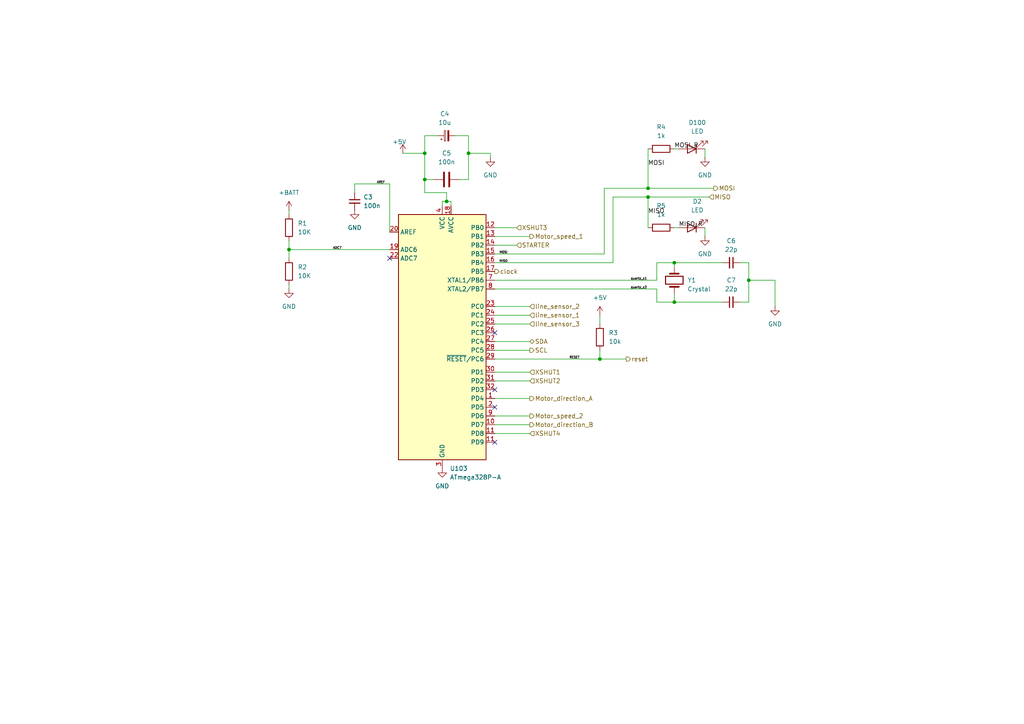
<source format=kicad_sch>
(kicad_sch (version 20250114) (generator "eeschema") (generator_version "9.0")
  (paper "A4")
  (lib_symbols
    (symbol "ATmega328P-A_1"
      (property "Reference" "U103" (at 2.1941 -38.1 0))
      (property "Value" "ATmega328P-A" (at 2.1941 -40.64 0))
      (symbol "ATmega328P-A_1_0_1"
        (rectangle (start -12.7 35.56) (end 12.7 -35.56) (stroke (width 0.254)) (fill (type background)))
      )
      (symbol "ATmega328P-A_1_1_1"
        (pin passive line (at -15.24 30.48 0) (length 2.54) (name "AREF") (number "20"))
        (pin input line (at -15.24 25.4 0) (length 2.54) (name "ADC6") (number "19"))
        (pin input line (at -15.24 22.86 0) (length 2.54) (name "ADC7") (number "22"))
        (pin power_in line (at 0 38.1 270) (length 2.54) (name "VCC") (number "4"))
        (pin passive line (at 0 38.1 270) (length 2.54) (hide yes) (name "VCC") (number "6"))
        (pin passive line (at 0 -38.1 90) (length 2.54) (hide yes) (name "GND") (number "21"))
        (pin power_in line (at 0 -38.1 90) (length 2.54) (name "GND") (number "3"))
        (pin passive line (at 0 -38.1 90) (length 2.54) (hide yes) (name "GND") (number "5"))
        (pin power_in line (at 2.54 38.1 270) (length 2.54) (name "AVCC") (number "18"))
        (pin bidirectional line (at 15.24 31.75 180) (length 2.54) (name "PB0") (number "12"))
        (pin bidirectional line (at 15.24 29.21 180) (length 2.54) (name "PB1") (number "13"))
        (pin bidirectional line (at 15.24 26.67 180) (length 2.54) (name "PB2") (number "14"))
        (pin bidirectional line (at 15.24 24.13 180) (length 2.54) (name "PB3") (number "15"))
        (pin bidirectional line (at 15.24 21.59 180) (length 2.54) (name "PB4") (number "16"))
        (pin bidirectional line (at 15.24 19.05 180) (length 2.54) (name "PB5") (number "17"))
        (pin bidirectional line (at 15.24 16.51 180) (length 2.54) (name "XTAL1/PB6") (number "7"))
        (pin bidirectional line (at 15.24 13.97 180) (length 2.54) (name "XTAL2/PB7") (number "8"))
        (pin bidirectional line (at 15.24 8.89 180) (length 2.54) (name "PC0") (number "23"))
        (pin bidirectional line (at 15.24 6.35 180) (length 2.54) (name "PC1") (number "24"))
        (pin bidirectional line (at 15.24 3.81 180) (length 2.54) (name "PC2") (number "25"))
        (pin bidirectional line (at 15.24 1.27 180) (length 2.54) (name "PC3") (number "26"))
        (pin bidirectional line (at 15.24 -1.27 180) (length 2.54) (name "PC4") (number "27"))
        (pin bidirectional line (at 15.24 -3.81 180) (length 2.54) (name "PC5") (number "28"))
        (pin bidirectional line (at 15.24 -6.35 180) (length 2.54) (name "~{RESET}/PC6") (number "29"))
        (pin bidirectional line (at 15.24 -10.16 180) (length 2.54) (name "PD1") (number "30"))
        (pin bidirectional line (at 15.24 -12.7 180) (length 2.54) (name "PD2") (number "31"))
        (pin bidirectional line (at 15.24 -15.24 180) (length 2.54) (name "PD3") (number "32"))
        (pin bidirectional line (at 15.24 -17.78 180) (length 2.54) (name "PD4") (number "1"))
        (pin bidirectional line (at 15.24 -20.32 180) (length 2.54) (name "PD5") (number "2"))
        (pin bidirectional line (at 15.24 -22.86 180) (length 2.54) (name "PD6") (number "9"))
        (pin bidirectional line (at 15.24 -25.4 180) (length 2.54) (name "PD7") (number "10"))
        (pin bidirectional line (at 15.24 -27.94 180) (length 2.54) (name "PD8") (number "11"))
        (pin bidirectional line (at 15.24 -30.48 180) (length 2.54) (name "PD9") (number "11"))
      )
    )
    (symbol "Device:C" (pin_numbers (hide yes)) (pin_names (offset 0.254))
      (property "Reference" "C" (at 0.635 2.54 0))
      (property "Value" "C" (at 0.635 -2.54 0))
      (symbol "C_0_1"
        (polyline (pts (xy -2.032 0.762) (xy 2.032 0.762)) (stroke (width 0.508)))
        (polyline (pts (xy -2.032 -0.762) (xy 2.032 -0.762)) (stroke (width 0.508)))
      )
      (symbol "C_1_1"
        (pin passive line (at 0 3.81 270) (length 2.794) (name "~") (number "1"))
        (pin passive line (at 0 -3.81 90) (length 2.794) (name "~") (number "2"))
      )
    )
    (symbol "Device:C_Polarized_Small" (pin_numbers (hide yes)) (pin_names (offset 0.254) (hide yes))
      (property "Reference" "C" (at 0.254 1.778 0))
      (property "Value" "C_Polarized_Small" (at 0.254 -2.032 0))
      (symbol "C_Polarized_Small_0_1"
        (rectangle (start -1.524 0.6858) (end 1.524 0.3048))
        (rectangle (start -1.524 -0.3048) (end 1.524 -0.6858) (fill (type outline)))
        (polyline (pts (xy -1.27 1.524) (xy -0.762 1.524)))
        (polyline (pts (xy -1.016 1.27) (xy -1.016 1.778)))
      )
      (symbol "C_Polarized_Small_1_1"
        (pin passive line (at 0 2.54 270) (length 1.8542) (name "~") (number "1"))
        (pin passive line (at 0 -2.54 90) (length 1.8542) (name "~") (number "2"))
      )
    )
    (symbol "Device:C_Small" (pin_numbers (hide yes)) (pin_names (offset 0.254) (hide yes))
      (property "Reference" "C" (at 0.254 1.778 0))
      (property "Value" "C_Small" (at 0.254 -2.032 0))
      (symbol "C_Small_0_1"
        (polyline (pts (xy -1.524 0.508) (xy 1.524 0.508)) (stroke (width 0.3048)))
        (polyline (pts (xy -1.524 -0.508) (xy 1.524 -0.508)) (stroke (width 0.3302)))
      )
      (symbol "C_Small_1_1"
        (pin passive line (at 0 2.54 270) (length 2.032) (name "~") (number "1"))
        (pin passive line (at 0 -2.54 90) (length 2.032) (name "~") (number "2"))
      )
    )
    (symbol "Device:Crystal" (pin_numbers (hide yes)) (pin_names (offset 1.016) (hide yes))
      (property "Reference" "Y" (at 0 3.81 0))
      (property "Value" "Crystal" (at 0 -3.81 0))
      (symbol "Crystal_0_1"
        (polyline (pts (xy -2.54 0) (xy -1.905 0)))
        (polyline (pts (xy -1.905 -1.27) (xy -1.905 1.27)) (stroke (width 0.508)))
        (rectangle (start -1.143 2.54) (end 1.143 -2.54) (stroke (width 0.3048)))
        (polyline (pts (xy 1.905 -1.27) (xy 1.905 1.27)) (stroke (width 0.508)))
        (polyline (pts (xy 2.54 0) (xy 1.905 0)))
      )
      (symbol "Crystal_1_1"
        (pin passive line (at -3.81 0 0) (length 1.27) (name "1") (number "1"))
        (pin passive line (at 3.81 0 180) (length 1.27) (name "2") (number "2"))
      )
    )
    (symbol "Device:LED" (pin_numbers (hide yes)) (pin_names (offset 1.016) (hide yes))
      (property "Reference" "D" (at 0 2.54 0))
      (property "Value" "LED" (at 0 -2.54 0))
      (symbol "LED_0_1"
        (polyline (pts (xy -3.048 -0.762) (xy -4.572 -2.286) (xy -3.81 -2.286) (xy -4.572 -2.286) (xy -4.572 -1.524)))
        (polyline (pts (xy -1.778 -0.762) (xy -3.302 -2.286) (xy -2.54 -2.286) (xy -3.302 -2.286) (xy -3.302 -1.524)))
        (polyline (pts (xy -1.27 0) (xy 1.27 0)))
        (polyline (pts (xy -1.27 -1.27) (xy -1.27 1.27)) (stroke (width 0.254)))
        (polyline (pts (xy 1.27 -1.27) (xy 1.27 1.27) (xy -1.27 0) (xy 1.27 -1.27)) (stroke (width 0.254)))
      )
      (symbol "LED_1_1"
        (pin passive line (at -3.81 0 0) (length 2.54) (name "K") (number "1"))
        (pin passive line (at 3.81 0 180) (length 2.54) (name "A") (number "2"))
      )
    )
    (symbol "Device:R" (pin_numbers (hide yes)) (pin_names (offset 0))
      (property "Reference" "R" (at 2.032 0 90))
      (property "Value" "R" (at 0 0 90))
      (symbol "R_0_1"
        (rectangle (start -1.016 -2.54) (end 1.016 2.54) (stroke (width 0.254)))
      )
      (symbol "R_1_1"
        (pin passive line (at 0 3.81 270) (length 1.27) (name "~") (number "1"))
        (pin passive line (at 0 -3.81 90) (length 1.27) (name "~") (number "2"))
      )
    )
    (symbol "power:+5V" (power) (pin_numbers (hide yes)) (pin_names (offset 0) (hide yes))
      (property "Value" "+5V" (at 0 3.556 0))
      (symbol "+5V_0_1"
        (polyline (pts (xy -0.762 1.27) (xy 0 2.54)))
        (polyline (pts (xy 0 2.54) (xy 0.762 1.27)))
        (polyline (pts (xy 0 0) (xy 0 2.54)))
      )
      (symbol "+5V_1_1"
        (pin power_in line (at 0 0 90) (length 0) (name "~") (number "1"))
      )
    )
    (symbol "power:+BATT" (power) (pin_numbers (hide yes)) (pin_names (offset 0) (hide yes))
      (property "Value" "+BATT" (at 0 3.556 0))
      (symbol "+BATT_0_1"
        (polyline (pts (xy -0.762 1.27) (xy 0 2.54)))
        (polyline (pts (xy 0 2.54) (xy 0.762 1.27)))
        (polyline (pts (xy 0 0) (xy 0 2.54)))
      )
      (symbol "+BATT_1_1"
        (pin power_in line (at 0 0 90) (length 0) (name "~") (number "1"))
      )
    )
    (symbol "power:GND" (power) (pin_numbers (hide yes)) (pin_names (offset 0) (hide yes))
      (property "Value" "GND" (at 0 -3.81 0))
      (symbol "GND_0_1"
        (polyline (pts (xy 0 0) (xy 0 -1.27) (xy 1.27 -1.27) (xy 0 -2.54) (xy -1.27 -1.27) (xy 0 -1.27)))
      )
      (symbol "GND_1_1"
        (pin power_in line (at 0 0 270) (length 0) (name "~") (number "1"))
      )
    )
  )
  (junction (at 135.89 44.45))
  (junction (at 187.96 54.61))
  (junction (at 195.58 76.2))
  (junction (at 217.17 81.28))
  (junction (at 187.96 57.15))
  (junction (at 123.19 52.07))
  (junction (at 129.54 58.42))
  (junction (at 123.19 44.45))
  (junction (at 83.82 72.39))
  (junction (at 195.58 87.63))
  (junction (at 173.99 104.14))
  (no_connect (at 113.03 74.93))
  (no_connect (at 143.51 128.27))
  (no_connect (at 143.51 96.52))
  (no_connect (at 143.51 118.11))
  (no_connect (at 143.51 113.03))
  (wire (pts (xy 195.58 77.47) (xy 195.58 76.2)))
  (wire (pts (xy 173.99 101.6) (xy 173.99 104.14)))
  (wire (pts (xy 135.89 44.45) (xy 142.24 44.45)))
  (wire (pts (xy 143.51 123.19) (xy 153.67 123.19)))
  (wire (pts (xy 135.89 39.37) (xy 135.89 44.45)))
  (wire (pts (xy 195.58 43.18) (xy 196.85 43.18)))
  (wire (pts (xy 187.96 57.15) (xy 205.74 57.15)))
  (wire (pts (xy 123.19 55.88) (xy 123.19 52.07)))
  (wire (pts (xy 204.47 43.18) (xy 204.47 45.72)))
  (wire (pts (xy 190.5 83.82) (xy 190.5 87.63)))
  (wire (pts (xy 190.5 76.2) (xy 195.58 76.2)))
  (wire (pts (xy 129.54 58.42) (xy 130.81 58.42)))
  (wire (pts (xy 187.96 54.61) (xy 207.01 54.61)))
  (wire (pts (xy 143.51 101.6) (xy 153.67 101.6)))
  (wire (pts (xy 123.19 52.07) (xy 125.73 52.07)))
  (wire (pts (xy 204.47 66.04) (xy 204.47 68.58)))
  (wire (pts (xy 143.51 81.28) (xy 190.5 81.28)))
  (wire (pts (xy 190.5 87.63) (xy 195.58 87.63)))
  (wire (pts (xy 181.61 104.14) (xy 173.99 104.14)))
  (wire (pts (xy 214.63 87.63) (xy 217.17 87.63)))
  (wire (pts (xy 217.17 81.28) (xy 224.79 81.28)))
  (wire (pts (xy 143.51 73.66) (xy 175.26 73.66)))
  (wire (pts (xy 102.87 53.34) (xy 102.87 55.88)))
  (wire (pts (xy 83.82 72.39) (xy 83.82 74.93)))
  (wire (pts (xy 195.58 85.09) (xy 195.58 87.63)))
  (wire (pts (xy 143.51 107.95) (xy 153.67 107.95)))
  (wire (pts (xy 127 39.37) (xy 123.19 39.37)))
  (wire (pts (xy 195.58 87.63) (xy 209.55 87.63)))
  (wire (pts (xy 135.89 44.45) (xy 135.89 52.07)))
  (wire (pts (xy 195.58 66.04) (xy 196.85 66.04)))
  (wire (pts (xy 177.8 57.15) (xy 187.96 57.15)))
  (wire (pts (xy 143.51 115.57) (xy 153.67 115.57)))
  (wire (pts (xy 143.51 76.2) (xy 177.8 76.2)))
  (wire (pts (xy 143.51 83.82) (xy 190.5 83.82)))
  (wire (pts (xy 175.26 54.61) (xy 175.26 73.66)))
  (wire (pts (xy 177.8 76.2) (xy 177.8 57.15)))
  (wire (pts (xy 128.27 58.42) (xy 129.54 58.42)))
  (wire (pts (xy 143.51 93.98) (xy 153.67 93.98)))
  (wire (pts (xy 143.51 68.58) (xy 153.67 68.58)))
  (wire (pts (xy 187.96 54.61) (xy 175.26 54.61)))
  (wire (pts (xy 190.5 76.2) (xy 190.5 81.28)))
  (wire (pts (xy 187.96 57.15) (xy 187.96 66.04)))
  (wire (pts (xy 143.51 71.12) (xy 149.86 71.12)))
  (wire (pts (xy 217.17 76.2) (xy 217.17 81.28)))
  (wire (pts (xy 113.03 67.31) (xy 113.03 53.34)))
  (wire (pts (xy 116.84 44.45) (xy 123.19 44.45)))
  (wire (pts (xy 135.89 52.07) (xy 133.35 52.07)))
  (wire (pts (xy 195.58 76.2) (xy 209.55 76.2)))
  (wire (pts (xy 83.82 69.85) (xy 83.82 72.39)))
  (wire (pts (xy 173.99 104.14) (xy 143.51 104.14)))
  (wire (pts (xy 143.51 99.06) (xy 153.67 99.06)))
  (wire (pts (xy 143.51 88.9) (xy 153.67 88.9)))
  (wire (pts (xy 143.51 66.04) (xy 149.86 66.04)))
  (wire (pts (xy 128.27 58.42) (xy 128.27 59.69)))
  (wire (pts (xy 224.79 81.28) (xy 224.79 88.9)))
  (wire (pts (xy 142.24 44.45) (xy 142.24 45.72)))
  (wire (pts (xy 214.63 76.2) (xy 217.17 76.2)))
  (wire (pts (xy 123.19 44.45) (xy 123.19 52.07)))
  (wire (pts (xy 129.54 55.88) (xy 129.54 58.42)))
  (wire (pts (xy 123.19 39.37) (xy 123.19 44.45)))
  (wire (pts (xy 132.08 39.37) (xy 135.89 39.37)))
  (wire (pts (xy 143.51 120.65) (xy 153.67 120.65)))
  (wire (pts (xy 173.99 91.44) (xy 173.99 93.98)))
  (wire (pts (xy 83.82 82.55) (xy 83.82 83.82)))
  (wire (pts (xy 83.82 60.96) (xy 83.82 62.23)))
  (wire (pts (xy 217.17 81.28) (xy 217.17 87.63)))
  (wire (pts (xy 130.81 59.69) (xy 130.81 58.42)))
  (wire (pts (xy 143.51 125.73) (xy 153.67 125.73)))
  (wire (pts (xy 143.51 91.44) (xy 153.67 91.44)))
  (wire (pts (xy 187.96 43.18) (xy 187.96 54.61)))
  (wire (pts (xy 83.82 72.39) (xy 113.03 72.39)))
  (wire (pts (xy 143.51 110.49) (xy 153.67 110.49)))
  (wire (pts (xy 113.03 53.34) (xy 102.87 53.34)))
  (wire (pts (xy 129.54 55.88) (xy 123.19 55.88)))
  (label "MISO" (at 187.96 62.23 0))
  (label "quartz_c2" (at 182.88 83.82 0) (effects (font (size 0.635 0.635))))
  (label "MOSI" (at 144.78 73.66 0) (effects (font (size 0.635 0.635))))
  (label "AREF" (at 109.22 53.34 0) (effects (font (size 0.635 0.635))))
  (label "MOSI_R" (at 195.58 43.18 0))
  (label "RESET" (at 165.1 104.14 0) (effects (font (size 0.635 0.635))))
  (label "MISO" (at 144.78 76.2 0) (effects (font (size 0.635 0.635))))
  (label "MISO_R" (at 196.85 66.04 0))
  (label "quartz_c1" (at 182.88 81.28 0) (effects (font (size 0.635 0.635))))
  (label "ADC7" (at 96.52 72.39 0) (effects (font (size 0.635 0.635))))
  (label "MOSI" (at 187.96 48.26 0))
  (hierarchical_label "XSHUT4" (shape input) (at 153.67 125.73 0))
  (hierarchical_label "XSHUT1" (shape input) (at 153.67 107.95 0))
  (hierarchical_label "Motor_direction_A" (shape output) (at 153.67 115.57 0))
  (hierarchical_label "XSHUT2" (shape input) (at 153.67 110.49 0))
  (hierarchical_label "SDA" (shape bidirectional) (at 153.67 99.06 0))
  (hierarchical_label "Motor_direction_B" (shape output) (at 153.67 123.19 0))
  (hierarchical_label "MISO" (shape input) (at 205.74 57.15 0))
  (hierarchical_label "SCL" (shape output) (at 153.67 101.6 0))
  (hierarchical_label "line_sensor_3" (shape input) (at 153.67 93.98 0))
  (hierarchical_label "line_sensor_2" (shape input) (at 153.67 88.9 0))
  (hierarchical_label "MOSI" (shape output) (at 207.01 54.61 0))
  (hierarchical_label "STARTER" (shape input) (at 149.86 71.12 0))
  (hierarchical_label "clock" (shape output) (at 143.51 78.74 0))
  (hierarchical_label "Motor_speed_2" (shape output) (at 153.67 120.65 0))
  (hierarchical_label "reset" (shape output) (at 181.61 104.14 0))
  (hierarchical_label "Motor_speed_1" (shape output) (at 153.67 68.58 0))
  (hierarchical_label "line_sensor_1" (shape input) (at 153.67 91.44 0))
  (hierarchical_label "XSHUT3" (shape input) (at 149.86 66.04 0))
  (symbol (lib_id "Device:Crystal") (at 195.58 81.28 90) (unit 1)
    (property "Reference" "Y1" (at 199.39 81.2799 90) (effects (justify right)))
    (property "Value" "Crystal" (at 199.39 83.8199 90) (effects (justify right)))
    (property "Footprint" "Crystal:Crystal_HC49-4H_Vertical" (effects (hide yes)))
    (property "Description" "Two pin crystal" (effects (hide yes)))
  )
  (symbol (lib_id "power:+BATT") (at 83.82 60.96 0) (unit 1)
    (property "Reference" "#PWR029" (effects (hide yes)))
    (property "Value" "+BATT" (at 83.82 55.88 0))
    (property "Description" "Power symbol creates a global label with name \"+BATT\"" (effects (hide yes)))
  )
  (symbol (lib_id "power:GND") (at 204.47 45.72 0) (unit 1)
    (property "Reference" "#PWR036" (effects (hide yes)))
    (property "Value" "GND" (at 204.47 50.8 0))
    (property "Description" "Power symbol creates a global label with name \"GND\" , ground" (effects (hide yes)))
  )
  (symbol (lib_id "power:+5V") (at 116.84 44.45 0) (unit 1)
    (property "Reference" "#PWR01" (effects (hide yes)))
    (property "Value" "+5V" (at 115.824 41.148 0))
    (property "Description" "Power symbol creates a global label with name \"+5V\"" (effects (hide yes)))
  )
  (symbol (lib_name "ATmega328P-A_1") (lib_id "MCU_Microchip_ATmega:ATmega328P-A") (at 128.27 97.79 0) (unit 1)
    (property "Reference" "U103" (at 130.4641 135.89 0) (effects (justify left)))
    (property "Value" "ATmega328P-A" (at 130.4641 138.43 0) (effects (justify left)))
    (property "Footprint" "Package_QFP:TQFP-32_7x7mm_P0.8mm" (effects (hide yes)))
    (property "Datasheet" "http://ww1.microchip.com/downloads/en/DeviceDoc/ATmega328_P%20AVR%20MCU%20with%20picoPower%20Technology%20Data%20Sheet%2040001984A.pdf" (effects (hide yes)))
    (property "Description" "20MHz, 32kB Flash, 2kB SRAM, 1kB EEPROM, TQFP-32" (effects (hide yes)))
  )
  (symbol (lib_id "Device:R") (at 83.82 66.04 0) (unit 1)
    (property "Reference" "R1" (at 86.36 64.7699 0) (effects (justify left)))
    (property "Value" "10K" (at 86.36 67.3099 0) (effects (justify left)))
    (property "Footprint" "Resistor_SMD:R_0805_2012Metric" (effects (hide yes)))
    (property "Description" "Resistor" (effects (hide yes)))
  )
  (symbol (lib_id "Device:R") (at 83.82 78.74 0) (unit 1)
    (property "Reference" "R2" (at 86.36 77.4699 0) (effects (justify left)))
    (property "Value" "10K" (at 86.36 80.0099 0) (effects (justify left)))
    (property "Footprint" "Resistor_SMD:R_0805_2012Metric" (effects (hide yes)))
    (property "Description" "Resistor" (effects (hide yes)))
  )
  (symbol (lib_id "Device:C_Small") (at 212.09 87.63 90) (unit 1)
    (property "Reference" "C7" (at 212.0963 81.28 90))
    (property "Value" "22p" (at 212.0963 83.82 90))
    (property "Footprint" "Capacitor_SMD:C_0805_2012Metric" (effects (hide yes)))
    (property "Description" "Unpolarized capacitor, small symbol" (effects (hide yes)))
  )
  (symbol (lib_id "Device:C_Polarized_Small") (at 129.54 39.37 90) (unit 1)
    (property "Reference" "C4" (at 128.9939 33.02 90))
    (property "Value" "10u" (at 128.9939 35.56 90))
    (property "Footprint" "Capacitor_Tantalum_SMD:CP_EIA-3528-12_Kemet-T" (effects (hide yes)))
    (property "Description" "Polarized capacitor, small symbol" (effects (hide yes)))
  )
  (symbol (lib_id "Device:LED") (at 200.66 66.04 180) (unit 1)
    (property "Reference" "D2" (at 202.2475 58.42 0))
    (property "Value" "LED" (at 202.2475 60.96 0))
    (property "Footprint" "LED_SMD:LED_0805_2012Metric" (effects (hide yes)))
    (property "Description" "Light emitting diode" (effects (hide yes)))
  )
  (symbol (lib_id "power:GND") (at 83.82 83.82 0) (unit 1)
    (property "Reference" "#PWR030" (effects (hide yes)))
    (property "Value" "GND" (at 83.82 88.9 0))
    (property "Description" "Power symbol creates a global label with name \"GND\" , ground" (effects (hide yes)))
  )
  (symbol (lib_id "Device:LED") (at 200.66 43.18 180) (unit 1)
    (property "Reference" "D100" (at 202.2475 35.56 0))
    (property "Value" "LED" (at 202.2475 38.1 0))
    (property "Footprint" "LED_SMD:LED_0805_2012Metric" (effects (hide yes)))
    (property "Description" "Light emitting diode" (effects (hide yes)))
  )
  (symbol (lib_id "Device:C") (at 129.54 52.07 90) (unit 1)
    (property "Reference" "C5" (at 129.54 44.45 90))
    (property "Value" "100n" (at 129.54 46.99 90))
    (property "Footprint" "Capacitor_SMD:C_0805_2012Metric" (effects (hide yes)))
    (property "Description" "Unpolarized capacitor" (effects (hide yes)))
  )
  (symbol (lib_id "Device:R") (at 191.77 66.04 90) (unit 1)
    (property "Reference" "R5" (at 191.77 59.69 90))
    (property "Value" "1k" (at 191.77 62.23 90))
    (property "Footprint" "Resistor_SMD:R_0805_2012Metric" (effects (hide yes)))
    (property "Description" "Resistor" (effects (hide yes)))
  )
  (symbol (lib_id "Device:C_Small") (at 102.87 58.42 0) (unit 1)
    (property "Reference" "C3" (at 105.41 57.1562 0) (effects (justify left)))
    (property "Value" "100n" (at 105.41 59.6962 0) (effects (justify left)))
    (property "Footprint" "Capacitor_SMD:C_0805_2012Metric" (effects (hide yes)))
    (property "Description" "Unpolarized capacitor, small symbol" (effects (hide yes)))
  )
  (symbol (lib_id "power:+5V") (at 173.99 91.44 0) (unit 1)
    (property "Reference" "#PWR035" (effects (hide yes)))
    (property "Value" "+5V" (at 173.99 86.36 0))
    (property "Description" "Power symbol creates a global label with name \"+5V\"" (effects (hide yes)))
  )
  (symbol (lib_id "power:GND") (at 142.24 45.72 0) (unit 1)
    (property "Reference" "#PWR034" (effects (hide yes)))
    (property "Value" "GND" (at 142.24 50.8 0))
    (property "Description" "Power symbol creates a global label with name \"GND\" , ground" (effects (hide yes)))
  )
  (symbol (lib_id "power:GND") (at 102.87 60.96 0) (unit 1)
    (property "Reference" "#PWR031" (effects (hide yes)))
    (property "Value" "GND" (at 102.87 66.04 0))
    (property "Description" "Power symbol creates a global label with name \"GND\" , ground" (effects (hide yes)))
  )
  (symbol (lib_id "power:GND") (at 204.47 68.58 0) (unit 1)
    (property "Reference" "#PWR037" (effects (hide yes)))
    (property "Value" "GND" (at 204.47 73.66 0))
    (property "Description" "Power symbol creates a global label with name \"GND\" , ground" (effects (hide yes)))
  )
  (symbol (lib_id "Device:C_Small") (at 212.09 76.2 270) (unit 1)
    (property "Reference" "C6" (at 212.0836 69.85 90))
    (property "Value" "22p" (at 212.0836 72.39 90))
    (property "Footprint" "Capacitor_SMD:C_0805_2012Metric" (effects (hide yes)))
    (property "Description" "Unpolarized capacitor, small symbol" (effects (hide yes)))
  )
  (symbol (lib_id "Device:R") (at 173.99 97.79 0) (unit 1)
    (property "Reference" "R3" (at 176.53 96.5199 0) (effects (justify left)))
    (property "Value" "10k" (at 176.53 99.0599 0) (effects (justify left)))
    (property "Footprint" "Resistor_SMD:R_0805_2012Metric" (effects (hide yes)))
    (property "Description" "Resistor" (effects (hide yes)))
  )
  (symbol (lib_id "power:GND") (at 128.27 135.89 0) (unit 1)
    (property "Reference" "#PWR0102" (effects (hide yes)))
    (property "Value" "GND" (at 128.27 140.97 0))
    (property "Description" "Power symbol creates a global label with name \"GND\" , ground" (effects (hide yes)))
  )
  (symbol (lib_id "Device:R") (at 191.77 43.18 90) (unit 1)
    (property "Reference" "R4" (at 191.77 36.83 90))
    (property "Value" "1k" (at 191.77 39.37 90))
    (property "Footprint" "Resistor_SMD:R_0805_2012Metric" (effects (hide yes)))
    (property "Description" "Resistor" (effects (hide yes)))
  )
  (symbol (lib_id "power:GND") (at 224.79 88.9 0) (unit 1)
    (property "Reference" "#PWR038" (effects (hide yes)))
    (property "Value" "GND" (at 224.79 93.98 0))
    (property "Description" "Power symbol creates a global label with name \"GND\" , ground" (effects (hide yes)))
  )
)
</source>
